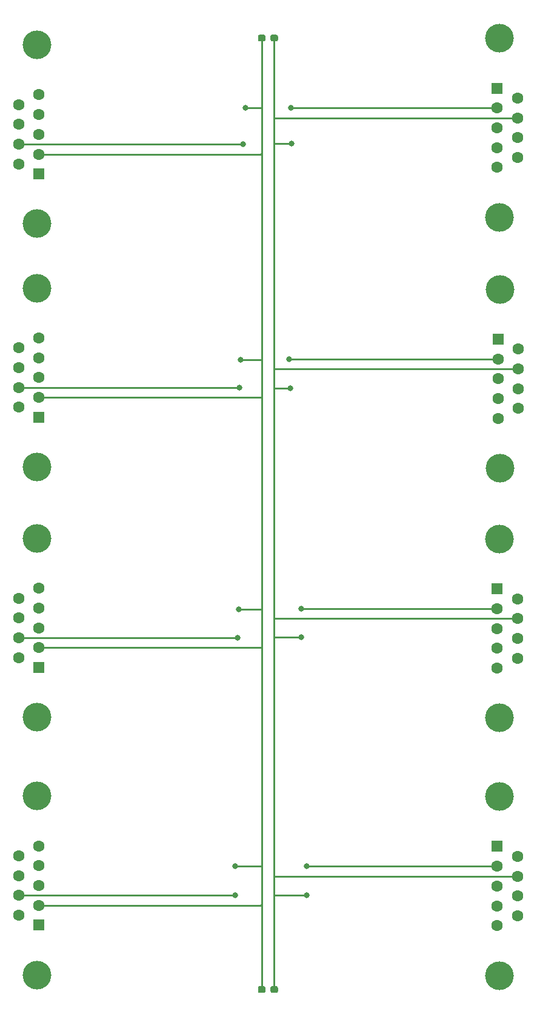
<source format=gbr>
%TF.GenerationSoftware,KiCad,Pcbnew,(5.1.6)-1*%
%TF.CreationDate,2021-06-01T12:00:34+02:00*%
%TF.ProjectId,CAN,43414e2e-6b69-4636-9164-5f7063625858,rev?*%
%TF.SameCoordinates,Original*%
%TF.FileFunction,Copper,L1,Top*%
%TF.FilePolarity,Positive*%
%FSLAX46Y46*%
G04 Gerber Fmt 4.6, Leading zero omitted, Abs format (unit mm)*
G04 Created by KiCad (PCBNEW (5.1.6)-1) date 2021-06-01 12:00:34*
%MOMM*%
%LPD*%
G01*
G04 APERTURE LIST*
%TA.AperFunction,ComponentPad*%
%ADD10C,4.000000*%
%TD*%
%TA.AperFunction,ComponentPad*%
%ADD11C,1.600000*%
%TD*%
%TA.AperFunction,ComponentPad*%
%ADD12R,1.600000X1.600000*%
%TD*%
%TA.AperFunction,ViaPad*%
%ADD13C,0.800000*%
%TD*%
%TA.AperFunction,Conductor*%
%ADD14C,0.250000*%
%TD*%
G04 APERTURE END LIST*
D10*
%TO.P,J8,0*%
%TO.N,N/C*%
X155300000Y-137040000D03*
X155300000Y-162040000D03*
D11*
%TO.P,J8,9*%
%TO.N,Net-(J8-Pad9)*%
X157840000Y-153695000D03*
%TO.P,J8,8*%
%TO.N,Net-(J8-Pad8)*%
X157840000Y-150925000D03*
%TO.P,J8,7*%
%TO.N,/CAN+*%
X157840000Y-148155000D03*
%TO.P,J8,6*%
%TO.N,Net-(J8-Pad6)*%
X157840000Y-145385000D03*
%TO.P,J8,5*%
%TO.N,Net-(J8-Pad5)*%
X155000000Y-155080000D03*
%TO.P,J8,4*%
%TO.N,Net-(J8-Pad4)*%
X155000000Y-152310000D03*
%TO.P,J8,3*%
%TO.N,Net-(J8-Pad3)*%
X155000000Y-149540000D03*
%TO.P,J8,2*%
%TO.N,/CAN-*%
X155000000Y-146770000D03*
D12*
%TO.P,J8,1*%
%TO.N,Net-(J8-Pad1)*%
X155000000Y-144000000D03*
%TD*%
D10*
%TO.P,J7,0*%
%TO.N,N/C*%
X155300000Y-101040000D03*
X155300000Y-126040000D03*
D11*
%TO.P,J7,9*%
%TO.N,Net-(J7-Pad9)*%
X157840000Y-117695000D03*
%TO.P,J7,8*%
%TO.N,Net-(J7-Pad8)*%
X157840000Y-114925000D03*
%TO.P,J7,7*%
%TO.N,/CAN+*%
X157840000Y-112155000D03*
%TO.P,J7,6*%
%TO.N,Net-(J7-Pad6)*%
X157840000Y-109385000D03*
%TO.P,J7,5*%
%TO.N,Net-(J7-Pad5)*%
X155000000Y-119080000D03*
%TO.P,J7,4*%
%TO.N,Net-(J7-Pad4)*%
X155000000Y-116310000D03*
%TO.P,J7,3*%
%TO.N,Net-(J7-Pad3)*%
X155000000Y-113540000D03*
%TO.P,J7,2*%
%TO.N,/CAN-*%
X155000000Y-110770000D03*
D12*
%TO.P,J7,1*%
%TO.N,Net-(J7-Pad1)*%
X155000000Y-108000000D03*
%TD*%
D10*
%TO.P,J6,0*%
%TO.N,N/C*%
X155460000Y-66115000D03*
X155460000Y-91115000D03*
D11*
%TO.P,J6,9*%
%TO.N,Net-(J6-Pad9)*%
X158000000Y-82770000D03*
%TO.P,J6,8*%
%TO.N,Net-(J6-Pad8)*%
X158000000Y-80000000D03*
%TO.P,J6,7*%
%TO.N,/CAN+*%
X158000000Y-77230000D03*
%TO.P,J6,6*%
%TO.N,Net-(J6-Pad6)*%
X158000000Y-74460000D03*
%TO.P,J6,5*%
%TO.N,Net-(J6-Pad5)*%
X155160000Y-84155000D03*
%TO.P,J6,4*%
%TO.N,Net-(J6-Pad4)*%
X155160000Y-81385000D03*
%TO.P,J6,3*%
%TO.N,Net-(J6-Pad3)*%
X155160000Y-78615000D03*
%TO.P,J6,2*%
%TO.N,/CAN-*%
X155160000Y-75845000D03*
D12*
%TO.P,J6,1*%
%TO.N,Net-(J6-Pad1)*%
X155160000Y-73075000D03*
%TD*%
D10*
%TO.P,J5,0*%
%TO.N,N/C*%
X155300000Y-31040000D03*
X155300000Y-56040000D03*
D11*
%TO.P,J5,9*%
%TO.N,Net-(J5-Pad9)*%
X157840000Y-47695000D03*
%TO.P,J5,8*%
%TO.N,Net-(J5-Pad8)*%
X157840000Y-44925000D03*
%TO.P,J5,7*%
%TO.N,/CAN+*%
X157840000Y-42155000D03*
%TO.P,J5,6*%
%TO.N,Net-(J5-Pad6)*%
X157840000Y-39385000D03*
%TO.P,J5,5*%
%TO.N,Net-(J5-Pad5)*%
X155000000Y-49080000D03*
%TO.P,J5,4*%
%TO.N,Net-(J5-Pad4)*%
X155000000Y-46310000D03*
%TO.P,J5,3*%
%TO.N,Net-(J5-Pad3)*%
X155000000Y-43540000D03*
%TO.P,J5,2*%
%TO.N,/CAN-*%
X155000000Y-40770000D03*
D12*
%TO.P,J5,1*%
%TO.N,Net-(J5-Pad1)*%
X155000000Y-38000000D03*
%TD*%
D10*
%TO.P,J4,0*%
%TO.N,N/C*%
X90700000Y-161960000D03*
X90700000Y-136960000D03*
D11*
%TO.P,J4,9*%
%TO.N,Net-(J4-Pad9)*%
X88160000Y-145305000D03*
%TO.P,J4,8*%
%TO.N,Net-(J4-Pad8)*%
X88160000Y-148075000D03*
%TO.P,J4,7*%
%TO.N,/CAN+*%
X88160000Y-150845000D03*
%TO.P,J4,6*%
%TO.N,Net-(J4-Pad6)*%
X88160000Y-153615000D03*
%TO.P,J4,5*%
%TO.N,Net-(J4-Pad5)*%
X91000000Y-143920000D03*
%TO.P,J4,4*%
%TO.N,Net-(J4-Pad4)*%
X91000000Y-146690000D03*
%TO.P,J4,3*%
%TO.N,Net-(J4-Pad3)*%
X91000000Y-149460000D03*
%TO.P,J4,2*%
%TO.N,/CAN-*%
X91000000Y-152230000D03*
D12*
%TO.P,J4,1*%
%TO.N,Net-(J4-Pad1)*%
X91000000Y-155000000D03*
%TD*%
D10*
%TO.P,J2,0*%
%TO.N,N/C*%
X90700000Y-90960000D03*
X90700000Y-65960000D03*
D11*
%TO.P,J2,9*%
%TO.N,Net-(J2-Pad9)*%
X88160000Y-74305000D03*
%TO.P,J2,8*%
%TO.N,Net-(J2-Pad8)*%
X88160000Y-77075000D03*
%TO.P,J2,7*%
%TO.N,/CAN+*%
X88160000Y-79845000D03*
%TO.P,J2,6*%
%TO.N,Net-(J2-Pad6)*%
X88160000Y-82615000D03*
%TO.P,J2,5*%
%TO.N,Net-(J2-Pad5)*%
X91000000Y-72920000D03*
%TO.P,J2,4*%
%TO.N,Net-(J2-Pad4)*%
X91000000Y-75690000D03*
%TO.P,J2,3*%
%TO.N,Net-(J2-Pad3)*%
X91000000Y-78460000D03*
%TO.P,J2,2*%
%TO.N,/CAN-*%
X91000000Y-81230000D03*
D12*
%TO.P,J2,1*%
%TO.N,Net-(J2-Pad1)*%
X91000000Y-84000000D03*
%TD*%
D10*
%TO.P,J1,0*%
%TO.N,N/C*%
X90700000Y-56960000D03*
X90700000Y-31960000D03*
D11*
%TO.P,J1,9*%
%TO.N,Net-(J1-Pad9)*%
X88160000Y-40305000D03*
%TO.P,J1,8*%
%TO.N,Net-(J1-Pad8)*%
X88160000Y-43075000D03*
%TO.P,J1,7*%
%TO.N,/CAN+*%
X88160000Y-45845000D03*
%TO.P,J1,6*%
%TO.N,Net-(J1-Pad6)*%
X88160000Y-48615000D03*
%TO.P,J1,5*%
%TO.N,Net-(J1-Pad5)*%
X91000000Y-38920000D03*
%TO.P,J1,4*%
%TO.N,Net-(J1-Pad4)*%
X91000000Y-41690000D03*
%TO.P,J1,3*%
%TO.N,Net-(J1-Pad3)*%
X91000000Y-44460000D03*
%TO.P,J1,2*%
%TO.N,/CAN-*%
X91000000Y-47230000D03*
D12*
%TO.P,J1,1*%
%TO.N,Net-(J1-Pad1)*%
X91000000Y-50000000D03*
%TD*%
D10*
%TO.P,J3,0*%
%TO.N,N/C*%
X90700000Y-125960000D03*
X90700000Y-100960000D03*
D11*
%TO.P,J3,9*%
%TO.N,Net-(J3-Pad9)*%
X88160000Y-109305000D03*
%TO.P,J3,8*%
%TO.N,Net-(J3-Pad8)*%
X88160000Y-112075000D03*
%TO.P,J3,7*%
%TO.N,/CAN+*%
X88160000Y-114845000D03*
%TO.P,J3,6*%
%TO.N,Net-(J3-Pad6)*%
X88160000Y-117615000D03*
%TO.P,J3,5*%
%TO.N,Net-(J3-Pad5)*%
X91000000Y-107920000D03*
%TO.P,J3,4*%
%TO.N,Net-(J3-Pad4)*%
X91000000Y-110690000D03*
%TO.P,J3,3*%
%TO.N,Net-(J3-Pad3)*%
X91000000Y-113460000D03*
%TO.P,J3,2*%
%TO.N,/CAN-*%
X91000000Y-116230000D03*
D12*
%TO.P,J3,1*%
%TO.N,Net-(J3-Pad1)*%
X91000000Y-119000000D03*
%TD*%
%TO.P,R2,2*%
%TO.N,/CAN+*%
%TA.AperFunction,SMDPad,CuDef*%
G36*
G01*
X123350000Y-164237500D02*
X123350000Y-163762500D01*
G75*
G02*
X123587500Y-163525000I237500J0D01*
G01*
X124162500Y-163525000D01*
G75*
G02*
X124400000Y-163762500I0J-237500D01*
G01*
X124400000Y-164237500D01*
G75*
G02*
X124162500Y-164475000I-237500J0D01*
G01*
X123587500Y-164475000D01*
G75*
G02*
X123350000Y-164237500I0J237500D01*
G01*
G37*
%TD.AperFunction*%
%TO.P,R2,1*%
%TO.N,/CAN-*%
%TA.AperFunction,SMDPad,CuDef*%
G36*
G01*
X121600000Y-164237500D02*
X121600000Y-163762500D01*
G75*
G02*
X121837500Y-163525000I237500J0D01*
G01*
X122412500Y-163525000D01*
G75*
G02*
X122650000Y-163762500I0J-237500D01*
G01*
X122650000Y-164237500D01*
G75*
G02*
X122412500Y-164475000I-237500J0D01*
G01*
X121837500Y-164475000D01*
G75*
G02*
X121600000Y-164237500I0J237500D01*
G01*
G37*
%TD.AperFunction*%
%TD*%
%TO.P,R1,2*%
%TO.N,/CAN+*%
%TA.AperFunction,SMDPad,CuDef*%
G36*
G01*
X123350000Y-31237500D02*
X123350000Y-30762500D01*
G75*
G02*
X123587500Y-30525000I237500J0D01*
G01*
X124162500Y-30525000D01*
G75*
G02*
X124400000Y-30762500I0J-237500D01*
G01*
X124400000Y-31237500D01*
G75*
G02*
X124162500Y-31475000I-237500J0D01*
G01*
X123587500Y-31475000D01*
G75*
G02*
X123350000Y-31237500I0J237500D01*
G01*
G37*
%TD.AperFunction*%
%TO.P,R1,1*%
%TO.N,/CAN-*%
%TA.AperFunction,SMDPad,CuDef*%
G36*
G01*
X121600000Y-31237500D02*
X121600000Y-30762500D01*
G75*
G02*
X121837500Y-30525000I237500J0D01*
G01*
X122412500Y-30525000D01*
G75*
G02*
X122650000Y-30762500I0J-237500D01*
G01*
X122650000Y-31237500D01*
G75*
G02*
X122412500Y-31475000I-237500J0D01*
G01*
X121837500Y-31475000D01*
G75*
G02*
X121600000Y-31237500I0J237500D01*
G01*
G37*
%TD.AperFunction*%
%TD*%
D13*
%TO.N,/CAN+*%
X126300000Y-45760000D03*
X126100000Y-79970000D03*
X127660000Y-114760000D03*
X128420000Y-150830000D03*
X118465000Y-150845000D03*
X118805000Y-114845000D03*
X119025000Y-79845000D03*
X119565000Y-45845000D03*
%TO.N,/CAN-*%
X118410000Y-146750000D03*
X118890000Y-110840000D03*
X119190000Y-75960000D03*
X119860000Y-40760000D03*
X126230000Y-40770000D03*
X125975000Y-75845000D03*
X127630000Y-110770000D03*
X128380000Y-146770000D03*
%TD*%
D14*
%TO.N,/CAN+*%
X88160000Y-150845000D02*
X118465000Y-150845000D01*
X118465000Y-150845000D02*
X118465000Y-150845000D01*
X128420000Y-150830000D02*
X123890000Y-150830000D01*
X123890000Y-150830000D02*
X123875000Y-150845000D01*
X123875000Y-164000000D02*
X123875000Y-150845000D01*
X123915000Y-148155000D02*
X123875000Y-148195000D01*
X123875000Y-150845000D02*
X123875000Y-148195000D01*
X157840000Y-148155000D02*
X123915000Y-148155000D01*
X123895000Y-112155000D02*
X123875000Y-112175000D01*
X157840000Y-112155000D02*
X123895000Y-112155000D01*
X158000000Y-77230000D02*
X123890000Y-77230000D01*
X123890000Y-77230000D02*
X123875000Y-77245000D01*
X123895000Y-42155000D02*
X123875000Y-42175000D01*
X157840000Y-42155000D02*
X123895000Y-42155000D01*
X123875000Y-42175000D02*
X123875000Y-31000000D01*
X88160000Y-114845000D02*
X118805000Y-114845000D01*
X118805000Y-114845000D02*
X118835000Y-114845000D01*
X123875000Y-148195000D02*
X123875000Y-114815000D01*
X123930000Y-114760000D02*
X123875000Y-114815000D01*
X127660000Y-114760000D02*
X123930000Y-114760000D01*
X123875000Y-114815000D02*
X123875000Y-112175000D01*
X88160000Y-79845000D02*
X119025000Y-79845000D01*
X119025000Y-79845000D02*
X119055000Y-79845000D01*
X123930000Y-79970000D02*
X123875000Y-80025000D01*
X126100000Y-79970000D02*
X123930000Y-79970000D01*
X123875000Y-112175000D02*
X123875000Y-80025000D01*
X123875000Y-80025000D02*
X123875000Y-77245000D01*
X88160000Y-45845000D02*
X119565000Y-45845000D01*
X119565000Y-45845000D02*
X119565000Y-45845000D01*
X123970000Y-45760000D02*
X123875000Y-45855000D01*
X126300000Y-45760000D02*
X123970000Y-45760000D01*
X123875000Y-77245000D02*
X123875000Y-45855000D01*
X123875000Y-45855000D02*
X123875000Y-42175000D01*
%TO.N,/CAN-*%
X122125000Y-163570510D02*
X122125000Y-164000000D01*
X122125000Y-164000000D02*
X122125000Y-162570510D01*
X91000000Y-47230000D02*
X122020000Y-47230000D01*
X122020000Y-47230000D02*
X122125000Y-47125000D01*
X91000000Y-81230000D02*
X122020000Y-81230000D01*
X122020000Y-81230000D02*
X122125000Y-81125000D01*
X122020000Y-116230000D02*
X122125000Y-116125000D01*
X91000000Y-116230000D02*
X122020000Y-116230000D01*
X91000000Y-152230000D02*
X122020000Y-152230000D01*
X122020000Y-152230000D02*
X122125000Y-152125000D01*
X122125000Y-152125000D02*
X122125000Y-162570510D01*
X155000000Y-40770000D02*
X126230000Y-40770000D01*
X126230000Y-40770000D02*
X126230000Y-40770000D01*
X122100000Y-40760000D02*
X122125000Y-40785000D01*
X119860000Y-40760000D02*
X122100000Y-40760000D01*
X122125000Y-31000000D02*
X122125000Y-40785000D01*
X122125000Y-40785000D02*
X122125000Y-47125000D01*
X155160000Y-75845000D02*
X125975000Y-75845000D01*
X125975000Y-75845000D02*
X125975000Y-75845000D01*
X119190000Y-75960000D02*
X122110000Y-75960000D01*
X122110000Y-75960000D02*
X122125000Y-75945000D01*
X122125000Y-47125000D02*
X122125000Y-75945000D01*
X122125000Y-75945000D02*
X122125000Y-81125000D01*
X155000000Y-110770000D02*
X127630000Y-110770000D01*
X127630000Y-110770000D02*
X127630000Y-110770000D01*
X122110000Y-110840000D02*
X122125000Y-110855000D01*
X118890000Y-110840000D02*
X122110000Y-110840000D01*
X122125000Y-81125000D02*
X122125000Y-110855000D01*
X122125000Y-110855000D02*
X122125000Y-116125000D01*
X155000000Y-146770000D02*
X128380000Y-146770000D01*
X128380000Y-146770000D02*
X128300000Y-146770000D01*
X122120000Y-146750000D02*
X122125000Y-146745000D01*
X118410000Y-146750000D02*
X122120000Y-146750000D01*
X122125000Y-116125000D02*
X122125000Y-146745000D01*
X122125000Y-146745000D02*
X122125000Y-152125000D01*
%TD*%
M02*

</source>
